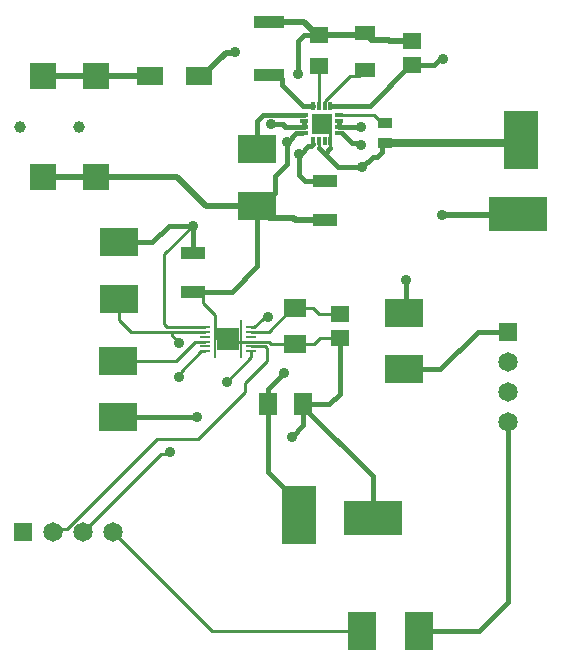
<source format=gbr>
G04*
G04 #@! TF.GenerationSoftware,Altium Limited,Altium Designer,24.9.1 (31)*
G04*
G04 Layer_Physical_Order=1*
G04 Layer_Color=255*
%FSLAX44Y44*%
%MOMM*%
G71*
G04*
G04 #@! TF.SameCoordinates,A5FDB0DF-61DD-428A-86FC-16637F0B46B7*
G04*
G04*
G04 #@! TF.FilePolarity,Positive*
G04*
G01*
G75*
%ADD14R,3.3000X2.4500*%
%ADD15R,0.8500X0.2000*%
%ADD16R,1.9500X1.9500*%
%ADD17R,0.2500X3.3000*%
%ADD18R,2.0500X1.1000*%
%ADD19R,1.3082X0.8065*%
%ADD20R,2.2000X1.5500*%
%ADD21R,2.4500X3.3000*%
%ADD22R,1.6500X1.4000*%
%ADD23R,1.8000X1.3000*%
%ADD24R,1.7500X1.7500*%
%ADD25R,0.3000X0.8000*%
%ADD26R,0.8000X0.3000*%
%ADD27R,2.6000X1.0500*%
%ADD28R,2.2000X2.2000*%
%ADD29R,1.6500X1.4500*%
%ADD30R,1.9000X1.5000*%
%ADD31R,1.5000X1.9000*%
%ADD55C,0.5080*%
%ADD56C,0.4064*%
%ADD57C,0.3810*%
%ADD58C,0.2540*%
%ADD59C,0.2794*%
%ADD60C,0.4318*%
%ADD61C,0.6350*%
%ADD62C,1.0000*%
%ADD63R,5.0000X3.0000*%
%ADD64R,3.0000X5.0000*%
%ADD65R,1.6500X1.6500*%
%ADD66C,1.6500*%
%ADD67R,1.6500X1.6500*%
%ADD68C,0.8890*%
D14*
X1028700Y737740D02*
D03*
Y689740D02*
D03*
X904240Y828170D02*
D03*
Y876170D02*
D03*
X786130Y697100D02*
D03*
Y649100D02*
D03*
X787400Y797430D02*
D03*
Y749430D02*
D03*
D15*
X899290Y705360D02*
D03*
Y709360D02*
D03*
Y713360D02*
D03*
Y717360D02*
D03*
Y721360D02*
D03*
Y725360D02*
D03*
X859790D02*
D03*
Y721360D02*
D03*
Y717360D02*
D03*
Y713360D02*
D03*
Y709360D02*
D03*
Y705360D02*
D03*
D16*
X879540Y715360D02*
D03*
D17*
X868540D02*
D03*
X890540D02*
D03*
D18*
X849630Y788660D02*
D03*
Y755660D02*
D03*
X961390Y849620D02*
D03*
Y816620D02*
D03*
D19*
X1012190Y881761D02*
D03*
Y898779D02*
D03*
D20*
X854890Y938530D02*
D03*
X813890D02*
D03*
D21*
X993270Y468630D02*
D03*
X1041270D02*
D03*
D22*
X956310Y973120D02*
D03*
Y947120D02*
D03*
D23*
X995680Y974350D02*
D03*
Y943350D02*
D03*
D24*
X958850Y897890D02*
D03*
D25*
X951350Y912890D02*
D03*
X956350D02*
D03*
X961350D02*
D03*
X966350D02*
D03*
Y882890D02*
D03*
X961350D02*
D03*
X956350D02*
D03*
X951350D02*
D03*
D26*
X973850Y905390D02*
D03*
Y900390D02*
D03*
Y895390D02*
D03*
Y890390D02*
D03*
X943850D02*
D03*
Y895390D02*
D03*
Y900390D02*
D03*
Y905390D02*
D03*
D27*
X914400Y938890D02*
D03*
Y983890D02*
D03*
D28*
X723110Y852350D02*
D03*
Y938350D02*
D03*
X768110D02*
D03*
Y852350D02*
D03*
D29*
X1035050Y967830D02*
D03*
Y947330D02*
D03*
X974090Y736690D02*
D03*
Y716190D02*
D03*
D30*
X935990Y741440D02*
D03*
Y711440D02*
D03*
D31*
X913370Y660400D02*
D03*
X943370D02*
D03*
D55*
X859230Y939620D02*
X877731Y958121D01*
X884461D02*
X885190Y958850D01*
X855980Y939620D02*
X859230D01*
X877731Y958121D02*
X884461D01*
X1060450Y820420D02*
X1123950D01*
X1016385Y967830D02*
X1035050D01*
X1000910Y969120D02*
X1015095D01*
X1016385Y967830D01*
X956310Y973120D02*
X994450D01*
X944290Y983890D02*
X955060Y973120D01*
X914400Y983890D02*
X944290D01*
X768290Y938530D02*
X813890D01*
X723110Y938350D02*
X768110D01*
X914585Y817825D02*
X935338D01*
X936543Y816620D01*
X961390D01*
X861060Y828040D02*
X904110D01*
X768110Y852350D02*
X836750D01*
X861060Y828040D01*
X723110Y852350D02*
X768110D01*
D56*
X939800Y872490D02*
X941106D01*
X939800Y854710D02*
X944880Y849630D01*
X939800Y854710D02*
Y872490D01*
X947238Y878622D02*
X949582D01*
X941106Y872490D02*
X947238Y878622D01*
X993140Y861060D02*
X1002030Y869950D01*
X1005840D01*
X949582Y878622D02*
X951350Y880390D01*
X929640Y863856D02*
Y882650D01*
X919470Y853686D02*
X929640Y863856D01*
X937339Y889858D02*
X941882D01*
X930131Y882650D02*
X937339Y889858D01*
X929640Y882650D02*
X930131D01*
X1005840Y869950D02*
X1009903Y874014D01*
Y879761D02*
X1011904Y881761D01*
X1012190D01*
X1009903Y874014D02*
Y879761D01*
X919470Y839150D02*
Y853686D01*
X944880Y849630D02*
X961380D01*
X973870Y895370D02*
X991850D01*
D57*
X961390Y872490D02*
X972820Y861060D01*
X956580Y877300D02*
X961390Y872490D01*
X966120Y877220D01*
X972820Y861060D02*
X993140D01*
X943910Y973120D02*
X955060D01*
X938530Y967740D02*
X943910Y973120D01*
X938530Y939800D02*
Y967740D01*
X943370Y660400D02*
X965200D01*
X933450Y632460D02*
X943370Y642380D01*
Y658400D01*
X786130Y649100D02*
X853310D01*
X913370Y602850D02*
Y660400D01*
Y602850D02*
X939800Y576420D01*
X913370Y660400D02*
Y673340D01*
X927100Y687070D01*
X854380Y755660D02*
X882660D01*
X904240Y777240D02*
Y828040D01*
X882660Y755660D02*
X904240Y777240D01*
X974090Y669290D02*
Y716190D01*
X965200Y660400D02*
X974090Y669290D01*
X943370Y658400D02*
X1002030Y599740D01*
Y563880D02*
Y599740D01*
X1116330Y492760D02*
Y645160D01*
X1092200Y468630D02*
X1116330Y492760D01*
X1041270Y468630D02*
X1092200D01*
X1090930Y721360D02*
X1116330D01*
X1028700Y689740D02*
X1059310D01*
X1090930Y721360D01*
X1029970Y739010D02*
Y765810D01*
X990898Y881082D02*
X991870Y880110D01*
X975945Y889985D02*
X984848Y881082D01*
X990898D01*
X787400Y797430D02*
X815210D01*
X829310Y811530D01*
X849630D01*
Y788660D02*
Y811530D01*
X927735Y895390D02*
X943850D01*
X925830Y897295D02*
X927735Y895390D01*
X915670Y897890D02*
X916265Y897295D01*
X925830D01*
X943850Y895390D02*
Y900390D01*
X904370Y828040D02*
X914585Y817825D01*
X909320Y905510D02*
X943730D01*
X904240Y900430D02*
X909320Y905510D01*
X904240Y876170D02*
Y900430D01*
X1053801Y947330D02*
X1058971Y952500D01*
X1035050Y947330D02*
X1053801D01*
X999610Y912890D02*
X1034050Y947330D01*
X966350Y912890D02*
X999610D01*
X925495Y930720D02*
Y935545D01*
X922150Y938890D02*
X925495Y935545D01*
X943325Y912890D02*
X951350D01*
X925495Y930720D02*
X943325Y912890D01*
X914400Y938890D02*
X922150D01*
X993180Y943350D02*
X995680D01*
X768110Y938350D02*
X768290Y938530D01*
D58*
X966120Y882660D02*
X966350Y882890D01*
X966120Y877220D02*
Y882660D01*
X955060Y973120D02*
X956310D01*
X853310Y649100D02*
X854710Y647700D01*
X743580Y554369D02*
X819831Y630621D01*
X894080Y670560D02*
Y678180D01*
X819831Y630621D02*
X854141D01*
X894080Y670560D01*
X912430Y696530D02*
Y707872D01*
X894080Y678180D02*
X912430Y696530D01*
X899290Y709360D02*
X910942D01*
X912430Y707872D01*
X782320Y552450D02*
X866140Y468630D01*
X993270D01*
X839415Y687695D02*
X857080Y705360D01*
X839415Y684475D02*
Y687695D01*
X838200Y683260D02*
X839415Y684475D01*
X857080Y705360D02*
X859790D01*
X899290Y699900D02*
Y705360D01*
X878840Y679450D02*
X899290Y699900D01*
X823015Y618545D02*
X829365D01*
X830580Y619760D01*
X756920Y552450D02*
X823015Y618545D01*
X733439Y554369D02*
X743580D01*
X731520Y552450D02*
X733439Y554369D01*
X831850Y721360D02*
X859790D01*
X797560D02*
X831850D01*
Y718820D02*
X838200Y712470D01*
X831850Y718820D02*
Y721360D01*
X786130Y697100D02*
X835530D01*
X851790Y713360D01*
X859790D01*
X909485Y732845D02*
X911915D01*
X913130Y734060D01*
X849630Y755660D02*
X854380D01*
X904240Y828040D02*
X904370D01*
X904110D02*
X904240D01*
Y828170D01*
X943370Y658400D02*
Y660400D01*
X939800Y566420D02*
Y576420D01*
X1028700Y737740D02*
X1029970Y739010D01*
X973850Y890390D02*
X975130D01*
X975360Y890160D01*
X952740Y711440D02*
X957490Y716190D01*
X974090D01*
X935990Y711440D02*
X952740D01*
X956310Y736600D02*
X974000D01*
X974090Y736690D01*
X935990Y741440D02*
X951470D01*
X956310Y736600D01*
X913910Y721360D02*
X933990Y741440D01*
X899290Y721360D02*
X913910D01*
X933990Y741440D02*
X935990D01*
X881540Y713360D02*
X899290D01*
X913920D02*
X915840Y711440D01*
X899290Y713360D02*
X913920D01*
X915840Y711440D02*
X935990D01*
X879540Y715360D02*
X881540Y713360D01*
X825500Y727928D02*
Y787400D01*
X828068Y725360D02*
X859790D01*
X825500Y727928D02*
X828068Y725360D01*
X825500Y787400D02*
X849630Y811530D01*
X787400Y731520D02*
X797560Y721360D01*
X787400Y731520D02*
Y749430D01*
X868540Y715360D02*
Y736045D01*
X854380Y755660D02*
X858610Y751430D01*
Y745975D02*
Y751430D01*
Y745975D02*
X868540Y736045D01*
X904370Y828040D02*
X908360D01*
X919470Y839150D01*
X961380Y849630D02*
X961390Y849620D01*
X991850Y895370D02*
X991870Y895350D01*
X973850Y895390D02*
X973870Y895370D01*
X951350Y880390D02*
Y882890D01*
X973850Y905390D02*
X1003070D01*
X1123950Y820420D02*
X1125220Y821690D01*
X1003070Y905390D02*
X1009681Y898779D01*
X951230Y882770D02*
X951350Y882890D01*
X956350D02*
X956580Y882660D01*
Y877300D02*
Y882660D01*
X1125601Y881761D02*
X1127760Y883920D01*
X966330Y882910D02*
X966350Y882890D01*
X958850Y897890D02*
X966330Y890410D01*
Y882910D02*
Y890410D01*
X1009681Y898779D02*
X1012190D01*
X943730Y905510D02*
X943850Y905390D01*
X995680Y974350D02*
X1000910Y969120D01*
X956350Y912890D02*
Y947080D01*
X854890Y938530D02*
X855980Y939620D01*
X1058971Y952500D02*
X1061720D01*
X994450Y973120D02*
X995680Y974350D01*
X990450Y938120D02*
X995680Y943350D01*
X961580Y917212D02*
X982488Y938120D01*
X961580Y913120D02*
Y917212D01*
X982488Y938120D02*
X990450D01*
X961350Y912890D02*
X961580Y913120D01*
X956310Y947120D02*
X956350Y947080D01*
D59*
X899290Y725360D02*
X902000D01*
X909485Y732845D01*
D60*
X973850Y895390D02*
Y900390D01*
D61*
X1012190Y881761D02*
X1125601D01*
D62*
X703110Y895350D02*
D03*
X753110D02*
D03*
D63*
X1125220Y821690D02*
D03*
X1002030Y563880D02*
D03*
D64*
X1127760Y883920D02*
D03*
X939800Y566420D02*
D03*
D65*
X1116330Y721360D02*
D03*
D66*
Y695960D02*
D03*
Y670560D02*
D03*
Y645160D02*
D03*
X731520Y552450D02*
D03*
X756920D02*
D03*
X782320D02*
D03*
D67*
X706120D02*
D03*
D68*
X885190Y958850D02*
D03*
X939800Y872490D02*
D03*
X929640Y882650D02*
D03*
X938530Y939800D02*
D03*
X933450Y632460D02*
D03*
X853310Y649100D02*
D03*
X838200Y683260D02*
D03*
X878840Y679450D02*
D03*
X830580Y619760D02*
D03*
X838200Y712470D02*
D03*
X913130Y734060D02*
D03*
X927100Y687070D02*
D03*
X1029970Y765810D02*
D03*
X991870Y880110D02*
D03*
X993140Y861060D02*
D03*
X849630Y811530D02*
D03*
X915670Y897890D02*
D03*
X991870Y895350D02*
D03*
X1060450Y820420D02*
D03*
X1061720Y952500D02*
D03*
M02*

</source>
